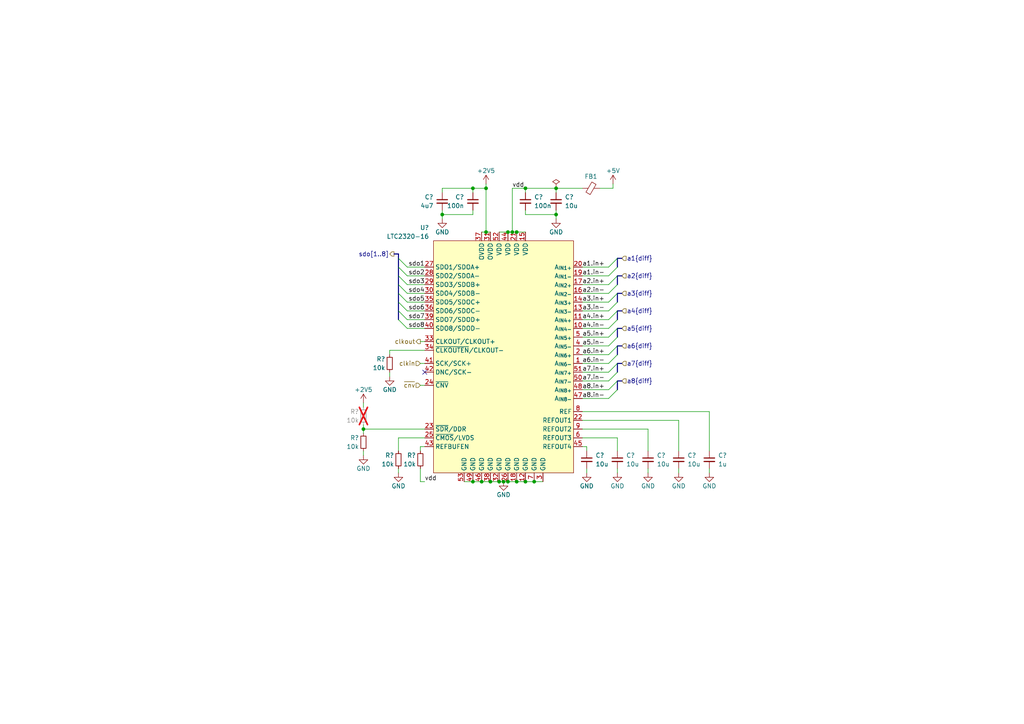
<source format=kicad_sch>
(kicad_sch (version 20230121) (generator eeschema)
  (paper "A4")
  (lib_symbols
    (symbol "Device:C_Small" (pin_numbers hide) (pin_names (offset 0.254) hide)
      (property "Reference" "C" (at 0.254 1.778 0))
      (property "Value" "C_Small" (at 0.254 -2.032 0))
      (symbol "C_Small_0_1"
        (polyline (pts (xy -1.524 -0.508) (xy 1.524 -0.508)) (stroke (width 0.3302)))
        (polyline (pts (xy -1.524 0.508) (xy 1.524 0.508)) (stroke (width 0.3048)))
      )
      (symbol "C_Small_1_1"
        (pin passive line (at 0 2.54 270) (length 2.032) (name "~") (number "1"))
        (pin passive line (at 0 -2.54 90) (length 2.032) (name "~") (number "2"))
      )
    )
    (symbol "Device:FerriteBead_Small" (pin_numbers hide) (pin_names (offset 0))
      (property "Reference" "FB" (at 1.905 1.27 0))
      (property "Value" "FerriteBead_Small" (at 1.905 -1.27 0))
      (symbol "FerriteBead_Small_0_1"
        (polyline (pts (xy 0 -1.27) (xy 0 -0.7874)))
        (polyline (pts (xy 0 0.889) (xy 0 1.2954)))
        (polyline (pts (xy -1.8288 0.2794) (xy -1.1176 1.4986) (xy 1.8288 -0.2032) (xy 1.1176 -1.4224) (xy -1.8288 0.2794)))
      )
      (symbol "FerriteBead_Small_1_1"
        (pin passive line (at 0 2.54 270) (length 1.27) (name "~") (number "1"))
        (pin passive line (at 0 -2.54 90) (length 1.27) (name "~") (number "2"))
      )
    )
    (symbol "Device:R_Small" (pin_numbers hide) (pin_names (offset 0.254) hide)
      (property "Reference" "R" (at 0.762 0.508 0))
      (property "Value" "R_Small" (at 0.762 -1.016 0))
      (symbol "R_Small_0_1"
        (rectangle (start -0.762 1.778) (end 0.762 -1.778) (stroke (width 0.2032)))
      )
      (symbol "R_Small_1_1"
        (pin passive line (at 0 2.54 270) (length 0.762) (name "~") (number "1"))
        (pin passive line (at 0 -2.54 90) (length 0.762) (name "~") (number "2"))
      )
    )
    (symbol "extraparts:LTC2320-16"
      (property "Reference" "U" (at 0 40.64 0))
      (property "Value" "LTC2320-16" (at 0 38.1 0))
      (symbol "LTC2320-16_1_0"
        (pin input line (at -22.86 8.89 0) (length 2.54) (name "A_{IN4-}") (number "10"))
        (pin input line (at -22.86 11.43 0) (length 2.54) (name "A_{IN4+}") (number "11"))
        (pin power_in line (at -6.35 -35.56 90) (length 2.54) (name "GND") (number "12"))
        (pin input line (at -22.86 13.97 0) (length 2.54) (name "A_{IN3-}") (number "13"))
        (pin input line (at -22.86 16.51 0) (length 2.54) (name "A_{IN3+}") (number "14"))
        (pin power_in line (at -6.35 36.83 270) (length 2.54) (name "VDD") (number "15"))
        (pin input line (at -22.86 19.05 0) (length 2.54) (name "A_{IN2-}") (number "16"))
        (pin input line (at -22.86 21.59 0) (length 2.54) (name "A_{IN2+}") (number "17"))
        (pin power_in line (at -3.81 -35.56 90) (length 2.54) (name "GND") (number "18"))
        (pin input line (at -22.86 24.13 0) (length 2.54) (name "A_{IN1-}") (number "19"))
        (pin input line (at -22.86 26.67 0) (length 2.54) (name "A_{IN1+}") (number "20"))
        (pin power_in line (at -3.81 36.83 270) (length 2.54) (name "VDD") (number "21"))
        (pin passive line (at -22.86 -17.78 0) (length 2.54) (name "REFOUT1") (number "22"))
        (pin input line (at 22.86 -20.32 180) (length 2.54) (name "~{SDR}/DDR") (number "23"))
        (pin input line (at 22.86 -7.62 180) (length 2.54) (name "~{CNV}") (number "24"))
        (pin input line (at 22.86 -22.86 180) (length 2.54) (name "~{CMOS}/LVDS") (number "25"))
        (pin power_in line (at -1.27 -35.56 90) (length 2.54) (name "GND") (number "26"))
        (pin output line (at 22.86 26.67 180) (length 2.54) (name "SDO1/SDOA+") (number "27"))
        (pin output line (at 22.86 24.13 180) (length 2.54) (name "SDO2/SDOA-") (number "28"))
        (pin output line (at 22.86 21.59 180) (length 2.54) (name "SDO3/SDOB+") (number "29"))
        (pin power_in line (at -11.43 -35.56 90) (length 2.54) (name "GND") (number "3"))
        (pin output line (at 22.86 19.05 180) (length 2.54) (name "SDO4/SDOB-") (number "30"))
        (pin power_in line (at 3.81 36.83 270) (length 2.54) (name "OVDD") (number "31"))
        (pin power_in line (at 1.27 -35.56 90) (length 2.54) (name "GND") (number "32"))
        (pin output line (at 22.86 5.08 180) (length 2.54) (name "CLKOUT/CLKOUT+") (number "33"))
        (pin bidirectional line (at 22.86 2.54 180) (length 2.54) (name "~{CLKOUTEN}/CLKOUT-") (number "34"))
        (pin output line (at 22.86 16.51 180) (length 2.54) (name "SDO5/SDOC+") (number "35"))
        (pin output line (at 22.86 13.97 180) (length 2.54) (name "SDO6/SDOC-") (number "36"))
        (pin power_in line (at 6.35 36.83 270) (length 2.54) (name "OVDD") (number "37"))
        (pin power_in line (at 3.81 -35.56 90) (length 2.54) (name "GND") (number "38"))
        (pin output line (at 22.86 11.43 180) (length 2.54) (name "SDO7/SDOD+") (number "39"))
        (pin output line (at 22.86 8.89 180) (length 2.54) (name "SDO8/SDOD-") (number "40"))
        (pin input line (at 22.86 -1.27 180) (length 2.54) (name "SCK/SCK+") (number "41"))
        (pin input line (at 22.86 -3.81 180) (length 2.54) (name "DNC/SCK-") (number "42"))
        (pin input line (at 22.86 -25.4 180) (length 2.54) (name "REFBUFEN") (number "43"))
        (pin power_in line (at -1.27 36.83 270) (length 2.54) (name "VDD") (number "44"))
        (pin passive line (at -22.86 -25.4 0) (length 2.54) (name "REFOUT4") (number "45"))
        (pin power_in line (at 6.35 -35.56 90) (length 2.54) (name "GND") (number "46"))
        (pin input line (at -22.86 -11.43 0) (length 2.54) (name "A_{IN8-}") (number "47"))
        (pin input line (at -22.86 -8.89 0) (length 2.54) (name "A_{IN8+}") (number "48"))
        (pin power_in line (at 8.89 -35.56 90) (length 2.54) (name "GND") (number "49"))
        (pin input line (at -22.86 -6.35 0) (length 2.54) (name "A_{IN7-}") (number "50"))
        (pin input line (at -22.86 -3.81 0) (length 2.54) (name "A_{IN7+}") (number "51"))
        (pin power_in line (at 1.27 36.83 270) (length 2.54) (name "VDD") (number "52"))
        (pin power_in line (at 11.43 -35.56 90) (length 2.54) (name "GND") (number "53"))
        (pin power_in line (at -8.89 -35.56 90) (length 2.54) (name "GND") (number "7"))
        (pin passive line (at -22.86 -15.24 0) (length 2.54) (name "REF") (number "8"))
        (pin passive line (at -22.86 -20.32 0) (length 2.54) (name "REFOUT2") (number "9"))
      )
      (symbol "LTC2320-16_1_1"
        (rectangle (start -20.32 34.29) (end 20.32 -33.02) (fill (type background)))
        (pin input line (at -22.86 -1.27 0) (length 2.54) (name "A_{IN6-}") (number "1"))
        (pin input line (at -22.86 1.27 0) (length 2.54) (name "A_{IN6+}") (number "2"))
        (pin input line (at -22.86 3.81 0) (length 2.54) (name "A_{IN5-}") (number "4"))
        (pin input line (at -22.86 6.35 0) (length 2.54) (name "A_{IN5+}") (number "5"))
        (pin passive line (at -22.86 -22.86 0) (length 2.54) (name "REFOUT3") (number "6"))
      )
    )
    (symbol "power:+2V5" (power) (pin_names (offset 0))
      (property "Value" "+2V5" (at 0 3.556 0))
      (symbol "+2V5_0_1"
        (polyline (pts (xy -0.762 1.27) (xy 0 2.54)))
        (polyline (pts (xy 0 0) (xy 0 2.54)))
        (polyline (pts (xy 0 2.54) (xy 0.762 1.27)))
      )
      (symbol "+2V5_1_1"
        (pin power_in line (at 0 0 90) (length 0) hide (name "+2V5") (number "1"))
      )
    )
    (symbol "power:+5V" (power) (pin_names (offset 0))
      (property "Value" "+5V" (at 0 3.556 0))
      (symbol "+5V_0_1"
        (polyline (pts (xy -0.762 1.27) (xy 0 2.54)))
        (polyline (pts (xy 0 0) (xy 0 2.54)))
        (polyline (pts (xy 0 2.54) (xy 0.762 1.27)))
      )
      (symbol "+5V_1_1"
        (pin power_in line (at 0 0 90) (length 0) hide (name "+5V") (number "1"))
      )
    )
    (symbol "power:GND" (power) (pin_names (offset 0))
      (property "Value" "GND" (at 0 -3.81 0))
      (symbol "GND_0_1"
        (polyline (pts (xy 0 0) (xy 0 -1.27) (xy 1.27 -1.27) (xy 0 -2.54) (xy -1.27 -1.27) (xy 0 -1.27)))
      )
      (symbol "GND_1_1"
        (pin power_in line (at 0 0 270) (length 0) hide (name "GND") (number "1"))
      )
    )
    (symbol "power:PWR_FLAG" (power) (pin_numbers hide) (pin_names (offset 0) hide)
      (property "Value" "PWR_FLAG" (at 0 3.81 0))
      (symbol "PWR_FLAG_0_0"
        (pin power_out line (at 0 0 90) (length 0) (name "pwr") (number "1"))
      )
      (symbol "PWR_FLAG_0_1"
        (polyline (pts (xy 0 0) (xy 0 1.27) (xy -1.016 1.905) (xy 0 2.54) (xy 1.016 1.905) (xy 0 1.27)))
      )
    )
  )
  (bus_alias "diff" (members "in+" "in-"))
  (junction (at 137.16 139.7))
  (junction (at 152.4 54.61))
  (junction (at 139.7 139.7))
  (junction (at 146.05 139.7))
  (junction (at 152.4 139.7))
  (junction (at 154.94 139.7))
  (junction (at 140.97 67.31))
  (junction (at 161.29 54.61))
  (junction (at 137.16 54.61))
  (junction (at 142.24 139.7))
  (junction (at 128.27 62.23))
  (junction (at 144.78 139.7))
  (junction (at 105.41 124.46))
  (junction (at 140.97 54.61))
  (junction (at 148.59 67.31))
  (junction (at 161.29 62.23))
  (junction (at 147.32 67.31))
  (junction (at 149.86 139.7))
  (junction (at 147.32 139.7))
  (junction (at 149.86 67.31))
  (no_connect (at 123.19 107.95))
  (bus_entry (at 176.53 82.55) (size 2.54 -2.54))
  (bus_entry (at 176.53 100.33) (size 2.54 -2.54))
  (bus_entry (at 115.57 85.09) (size 2.54 2.54))
  (bus_entry (at 115.57 74.93) (size 2.54 2.54))
  (bus_entry (at 176.53 77.47) (size 2.54 -2.54))
  (bus_entry (at 176.53 107.95) (size 2.54 -2.54))
  (bus_entry (at 115.57 87.63) (size 2.54 2.54))
  (bus_entry (at 176.53 102.87) (size 2.54 -2.54))
  (bus_entry (at 176.53 113.03) (size 2.54 -2.54))
  (bus_entry (at 115.57 92.71) (size 2.54 2.54))
  (bus_entry (at 115.57 77.47) (size 2.54 2.54))
  (bus_entry (at 176.53 110.49) (size 2.54 -2.54))
  (bus_entry (at 176.53 87.63) (size 2.54 -2.54))
  (bus_entry (at 176.53 80.01) (size 2.54 -2.54))
  (bus_entry (at 115.57 80.01) (size 2.54 2.54))
  (bus_entry (at 176.53 95.25) (size 2.54 -2.54))
  (bus_entry (at 115.57 82.55) (size 2.54 2.54))
  (bus_entry (at 115.57 90.17) (size 2.54 2.54))
  (bus_entry (at 176.53 90.17) (size 2.54 -2.54))
  (bus_entry (at 176.53 85.09) (size 2.54 -2.54))
  (bus_entry (at 176.53 105.41) (size 2.54 -2.54))
  (bus_entry (at 176.53 115.57) (size 2.54 -2.54))
  (bus_entry (at 176.53 97.79) (size 2.54 -2.54))
  (bus_entry (at 176.53 92.71) (size 2.54 -2.54))
  (wire (pts (xy 177.8 54.61) (xy 177.8 53.34)))
  (wire (pts (xy 115.57 127) (xy 115.57 130.81)))
  (wire (pts (xy 179.07 127) (xy 179.07 130.81)))
  (bus (pts (xy 179.07 77.47) (xy 179.07 74.93)))
  (wire (pts (xy 144.78 139.7) (xy 146.05 139.7)))
  (bus (pts (xy 179.07 82.55) (xy 179.07 80.01)))
  (wire (pts (xy 128.27 62.23) (xy 137.16 62.23)))
  (wire (pts (xy 168.91 105.41) (xy 176.53 105.41)))
  (wire (pts (xy 196.85 121.92) (xy 196.85 130.81)))
  (bus (pts (xy 115.57 87.63) (xy 115.57 90.17)))
  (wire (pts (xy 148.59 67.31) (xy 149.86 67.31)))
  (wire (pts (xy 118.11 92.71) (xy 123.19 92.71)))
  (wire (pts (xy 168.91 77.47) (xy 176.53 77.47)))
  (wire (pts (xy 205.74 130.81) (xy 205.74 119.38)))
  (bus (pts (xy 115.57 73.66) (xy 115.57 74.93)))
  (wire (pts (xy 105.41 130.81) (xy 105.41 132.08)))
  (wire (pts (xy 121.92 135.89) (xy 121.92 139.7)))
  (wire (pts (xy 121.92 99.06) (xy 123.19 99.06)))
  (bus (pts (xy 115.57 77.47) (xy 115.57 80.01)))
  (bus (pts (xy 179.07 100.33) (xy 180.34 100.33)))
  (wire (pts (xy 187.96 124.46) (xy 187.96 130.81)))
  (wire (pts (xy 146.05 139.7) (xy 147.32 139.7)))
  (wire (pts (xy 118.11 77.47) (xy 123.19 77.47)))
  (wire (pts (xy 137.16 139.7) (xy 139.7 139.7)))
  (bus (pts (xy 114.3 73.66) (xy 115.57 73.66)))
  (wire (pts (xy 137.16 54.61) (xy 137.16 55.88)))
  (wire (pts (xy 205.74 119.38) (xy 168.91 119.38)))
  (wire (pts (xy 161.29 62.23) (xy 161.29 63.5)))
  (bus (pts (xy 115.57 82.55) (xy 115.57 85.09)))
  (wire (pts (xy 168.91 115.57) (xy 176.53 115.57)))
  (wire (pts (xy 152.4 62.23) (xy 152.4 60.96)))
  (bus (pts (xy 179.07 87.63) (xy 179.07 85.09)))
  (wire (pts (xy 118.11 87.63) (xy 123.19 87.63)))
  (wire (pts (xy 154.94 139.7) (xy 157.48 139.7)))
  (wire (pts (xy 148.59 54.61) (xy 148.59 67.31)))
  (bus (pts (xy 115.57 90.17) (xy 115.57 92.71)))
  (wire (pts (xy 105.41 123.19) (xy 105.41 124.46)))
  (wire (pts (xy 113.03 102.87) (xy 113.03 101.6)))
  (wire (pts (xy 140.97 54.61) (xy 137.16 54.61)))
  (wire (pts (xy 121.92 129.54) (xy 123.19 129.54)))
  (wire (pts (xy 128.27 60.96) (xy 128.27 62.23)))
  (wire (pts (xy 137.16 54.61) (xy 128.27 54.61)))
  (bus (pts (xy 179.07 74.93) (xy 180.34 74.93)))
  (wire (pts (xy 118.11 95.25) (xy 123.19 95.25)))
  (bus (pts (xy 179.07 80.01) (xy 180.34 80.01)))
  (wire (pts (xy 140.97 67.31) (xy 142.24 67.31)))
  (wire (pts (xy 139.7 67.31) (xy 140.97 67.31)))
  (wire (pts (xy 168.91 107.95) (xy 176.53 107.95)))
  (wire (pts (xy 152.4 54.61) (xy 152.4 55.88)))
  (wire (pts (xy 161.29 54.61) (xy 168.91 54.61)))
  (wire (pts (xy 113.03 101.6) (xy 123.19 101.6)))
  (wire (pts (xy 168.91 87.63) (xy 176.53 87.63)))
  (wire (pts (xy 115.57 135.89) (xy 115.57 137.16)))
  (wire (pts (xy 168.91 113.03) (xy 176.53 113.03)))
  (wire (pts (xy 168.91 92.71) (xy 176.53 92.71)))
  (wire (pts (xy 147.32 139.7) (xy 149.86 139.7)))
  (wire (pts (xy 168.91 80.01) (xy 176.53 80.01)))
  (wire (pts (xy 168.91 85.09) (xy 176.53 85.09)))
  (wire (pts (xy 161.29 60.96) (xy 161.29 62.23)))
  (wire (pts (xy 170.18 135.89) (xy 170.18 137.16)))
  (wire (pts (xy 121.92 111.76) (xy 123.19 111.76)))
  (wire (pts (xy 152.4 54.61) (xy 161.29 54.61)))
  (wire (pts (xy 168.91 102.87) (xy 176.53 102.87)))
  (bus (pts (xy 179.07 110.49) (xy 180.34 110.49)))
  (wire (pts (xy 128.27 54.61) (xy 128.27 55.88)))
  (bus (pts (xy 179.07 113.03) (xy 179.07 110.49)))
  (wire (pts (xy 139.7 139.7) (xy 142.24 139.7)))
  (wire (pts (xy 168.91 95.25) (xy 176.53 95.25)))
  (bus (pts (xy 179.07 90.17) (xy 180.34 90.17)))
  (wire (pts (xy 142.24 139.7) (xy 144.78 139.7)))
  (wire (pts (xy 105.41 124.46) (xy 105.41 125.73)))
  (wire (pts (xy 147.32 67.31) (xy 148.59 67.31)))
  (wire (pts (xy 118.11 80.01) (xy 123.19 80.01)))
  (wire (pts (xy 149.86 67.31) (xy 152.4 67.31)))
  (bus (pts (xy 179.07 95.25) (xy 180.34 95.25)))
  (wire (pts (xy 148.59 54.61) (xy 152.4 54.61)))
  (wire (pts (xy 187.96 135.89) (xy 187.96 137.16)))
  (wire (pts (xy 123.19 127) (xy 115.57 127)))
  (wire (pts (xy 113.03 107.95) (xy 113.03 109.22)))
  (bus (pts (xy 179.07 102.87) (xy 179.07 100.33)))
  (wire (pts (xy 168.91 97.79) (xy 176.53 97.79)))
  (wire (pts (xy 168.91 100.33) (xy 176.53 100.33)))
  (wire (pts (xy 161.29 62.23) (xy 152.4 62.23)))
  (wire (pts (xy 179.07 135.89) (xy 179.07 137.16)))
  (wire (pts (xy 137.16 62.23) (xy 137.16 60.96)))
  (wire (pts (xy 168.91 82.55) (xy 176.53 82.55)))
  (wire (pts (xy 173.99 54.61) (xy 177.8 54.61)))
  (bus (pts (xy 115.57 85.09) (xy 115.57 87.63)))
  (wire (pts (xy 140.97 67.31) (xy 140.97 54.61)))
  (wire (pts (xy 121.92 105.41) (xy 123.19 105.41)))
  (wire (pts (xy 140.97 53.34) (xy 140.97 54.61)))
  (wire (pts (xy 168.91 90.17) (xy 176.53 90.17)))
  (wire (pts (xy 170.18 129.54) (xy 170.18 130.81)))
  (wire (pts (xy 168.91 129.54) (xy 170.18 129.54)))
  (wire (pts (xy 168.91 121.92) (xy 196.85 121.92)))
  (bus (pts (xy 179.07 92.71) (xy 179.07 90.17)))
  (bus (pts (xy 179.07 105.41) (xy 180.34 105.41)))
  (wire (pts (xy 118.11 85.09) (xy 123.19 85.09)))
  (wire (pts (xy 152.4 139.7) (xy 154.94 139.7)))
  (wire (pts (xy 105.41 116.84) (xy 105.41 118.11)))
  (bus (pts (xy 115.57 74.93) (xy 115.57 77.47)))
  (bus (pts (xy 179.07 107.95) (xy 179.07 105.41)))
  (bus (pts (xy 115.57 80.01) (xy 115.57 82.55)))
  (wire (pts (xy 121.92 130.81) (xy 121.92 129.54)))
  (wire (pts (xy 196.85 135.89) (xy 196.85 137.16)))
  (wire (pts (xy 161.29 55.88) (xy 161.29 54.61)))
  (wire (pts (xy 118.11 90.17) (xy 123.19 90.17)))
  (bus (pts (xy 179.07 97.79) (xy 179.07 95.25)))
  (wire (pts (xy 118.11 82.55) (xy 123.19 82.55)))
  (wire (pts (xy 134.62 139.7) (xy 137.16 139.7)))
  (wire (pts (xy 168.91 124.46) (xy 187.96 124.46)))
  (wire (pts (xy 168.91 110.49) (xy 176.53 110.49)))
  (wire (pts (xy 144.78 67.31) (xy 147.32 67.31)))
  (wire (pts (xy 149.86 139.7) (xy 152.4 139.7)))
  (wire (pts (xy 168.91 127) (xy 179.07 127)))
  (wire (pts (xy 105.41 124.46) (xy 123.19 124.46)))
  (wire (pts (xy 128.27 62.23) (xy 128.27 63.5)))
  (wire (pts (xy 205.74 135.89) (xy 205.74 137.16)))
  (bus (pts (xy 179.07 85.09) (xy 180.34 85.09)))
  (wire (pts (xy 121.92 139.7) (xy 123.19 139.7)))
  (label "sdo6" (at 123.19 90.17 180))
  (label "sdo5" (at 123.19 87.63 180))
  (label "a5.in+" (at 168.91 97.79 0))
  (label "sdo7" (at 123.19 92.71 180))
  (label "a6.in+" (at 168.91 102.87 0))
  (label "a1.in-" (at 168.91 80.01 0))
  (label "a3.in+" (at 168.91 87.63 0))
  (label "a8.in-" (at 168.91 115.57 0))
  (label "a4.in-" (at 168.91 95.25 0))
  (label "vdd" (at 148.59 54.61 0))
  (label "a2.in+" (at 168.91 82.55 0))
  (label "a3.in-" (at 168.91 90.17 0))
  (label "a7.in-" (at 168.91 110.49 0))
  (label "a2.in-" (at 168.91 85.09 0))
  (label "a4.in+" (at 168.91 92.71 0))
  (label "sdo2" (at 123.19 80.01 180))
  (label "a8.in+" (at 168.91 113.03 0))
  (label "a6.in-" (at 168.91 105.41 0))
  (label "a7.in+" (at 168.91 107.95 0))
  (label "sdo4" (at 123.19 85.09 180))
  (label "vdd" (at 123.19 139.7 0))
  (label "sdo1" (at 123.19 77.47 180))
  (label "a5.in-" (at 168.91 100.33 0))
  (label "a1.in+" (at 168.91 77.47 0))
  (label "sdo3" (at 123.19 82.55 180))
  (label "sdo8" (at 123.19 95.25 180))
  (hierarchical_label "a5{diff}" (shape input) (at 180.34 95.25 0))
  (hierarchical_label "~{cnv}" (shape input) (at 121.92 111.76 180))
  (hierarchical_label "a7{diff}" (shape input) (at 180.34 105.41 0))
  (hierarchical_label "a4{diff}" (shape input) (at 180.34 90.17 0))
  (hierarchical_label "sdo[1..8]" (shape output) (at 114.3 73.66 180))
  (hierarchical_label "clkin" (shape input) (at 121.92 105.41 180))
  (hierarchical_label "a2{diff}" (shape input) (at 180.34 80.01 0))
  (hierarchical_label "a1{diff}" (shape input) (at 180.34 74.93 0))
  (hierarchical_label "a8{diff}" (shape input) (at 180.34 110.49 0))
  (hierarchical_label "a6{diff}" (shape input) (at 180.34 100.33 0))
  (hierarchical_label "clkout" (shape output) (at 121.92 99.06 180))
  (hierarchical_label "a3{diff}" (shape input) (at 180.34 85.09 0))
  (symbol (lib_id "power:PWR_FLAG") (at 161.29 54.61 0) (unit 1)
    (property "Reference" "#FLG01" (effects hide))
    (property "Value" "PWR_FLAG" (effects hide))
    (instances (project "rvice_adc" (path "" (reference "#FLG01") (unit 1)) (path "" (reference "#FLG05") (unit 1))))
  )
  (symbol (lib_id "power:GND") (at 105.41 132.08 0) (unit 1)
    (property "Reference" "#PWR?" (effects hide))
    (property "Value" "GND" (at 105.41 135.89 0))
    (instances (project "rvice_adc" (path "" (reference "#PWR?") (unit 1)) (path "" (reference "#PWR073") (unit 1))))
  )
  (symbol (lib_id "power:+2V5") (at 105.41 116.84 0) (unit 1)
    (property "Reference" "#PWR072" (effects hide))
    (property "Value" "+2V5" (at 105.41 113.03 0))
  )
  (symbol (lib_id "power:GND") (at 179.07 137.16 0) (unit 1)
    (property "Reference" "#PWR?" (effects hide))
    (property "Value" "GND" (at 179.07 140.97 0))
    (instances (project "rvice_adc" (path "" (reference "#PWR?") (unit 1)) (path "" (reference "#PWR082") (unit 1))))
  )
  (symbol (lib_id "power:GND") (at 196.85 137.16 0) (unit 1)
    (property "Reference" "#PWR?" (effects hide))
    (property "Value" "GND" (at 196.85 140.97 0))
    (instances (project "rvice_adc" (path "" (reference "#PWR?") (unit 1)) (path "" (reference "#PWR084") (unit 1))))
  )
  (symbol (lib_id "Device:FerriteBead_Small") (at 171.45 54.61 90) (unit 1)
    (property "Reference" "FB1" (at 171.4119 51.1881 90))
    (property "Value" "FerriteBead_Small" (effects hide))
    (property "Footprint" "Inductor_SMD:L_0402_1005Metric" (effects hide))
  )
  (symbol (lib_id "Device:C_Small") (at 196.85 133.35 0) (unit 1)
    (property "Reference" "C?" (at 199.39 132.08 0) (effects (justify left)))
    (property "Value" "10u" (at 199.39 134.62 0) (effects (justify left)))
    (property "Footprint" "Capacitor_SMD:C_0603_1608Metric" (effects hide))
    (instances (project "rvice_adc" (path "" (reference "C?") (unit 1)) (path "" (reference "C1") (unit 1)) (path "" (reference "C46") (unit 1))))
  )
  (symbol (lib_id "Device:C_Small") (at 179.07 133.35 0) (unit 1)
    (property "Reference" "C?" (at 181.61 132.08 0) (effects (justify left)))
    (property "Value" "10u" (at 181.61 134.62 0) (effects (justify left)))
    (property "Footprint" "Capacitor_SMD:C_0603_1608Metric" (effects hide))
    (instances (project "rvice_adc" (path "" (reference "C?") (unit 1)) (path "" (reference "C1") (unit 1)) (path "" (reference "C44") (unit 1))))
  )
  (symbol (lib_id "Device:C_Small") (at 187.96 133.35 0) (unit 1)
    (property "Reference" "C?" (at 190.5 132.08 0) (effects (justify left)))
    (property "Value" "10u" (at 190.5 134.62 0) (effects (justify left)))
    (property "Footprint" "Capacitor_SMD:C_0603_1608Metric" (effects hide))
    (instances (project "rvice_adc" (path "" (reference "C?") (unit 1)) (path "" (reference "C1") (unit 1)) (path "" (reference "C45") (unit 1))))
  )
  (symbol (lib_id "Device:R_Small") (at 105.41 128.27 0) (mirror y) (unit 1)
    (property "Reference" "R?" (at 104.14 127 0) (effects (justify left)))
    (property "Value" "10k" (at 104.14 129.54 0) (effects (justify left)))
    (property "Footprint" "Resistor_SMD:R_0402_1005Metric" (effects hide))
    (instances (project "rvice_adc" (path "" (reference "R?") (unit 1)) (path "" (reference "R4") (unit 1)) (path "" (reference "R41") (unit 1))))
  )
  (symbol (lib_id "power:GND") (at 115.57 137.16 0) (unit 1)
    (property "Reference" "#PWR?" (effects hide))
    (property "Value" "GND" (at 115.57 140.97 0))
    (instances (project "rvice_adc" (path "" (reference "#PWR?") (unit 1)) (path "" (reference "#PWR075") (unit 1))))
  )
  (symbol (lib_id "Device:C_Small") (at 128.27 58.42 0) (mirror y) (unit 1)
    (property "Reference" "C?" (at 125.73 57.15 0) (effects (justify left)))
    (property "Value" "4u7" (at 125.73 59.69 0) (effects (justify left)))
    (property "Footprint" "Capacitor_SMD:C_0402_1005Metric" (effects hide))
    (instances (project "rvice_adc" (path "" (reference "C?") (unit 1)) (path "" (reference "C1") (unit 1)) (path "" (reference "C39") (unit 1))))
  )
  (symbol (lib_id "power:GND") (at 146.05 139.7 0) (unit 1)
    (property "Reference" "#PWR?" (effects hide))
    (property "Value" "GND" (at 146.05 143.51 0))
    (instances (project "rvice_adc" (path "" (reference "#PWR?") (unit 1)) (path "" (reference "#PWR078") (unit 1))))
  )
  (symbol (lib_id "Device:R_Small") (at 105.41 120.65 0) (mirror y) (unit 1) (dnp yes)
    (property "Reference" "R?" (at 104.14 119.38 0) (effects (justify left)))
    (property "Value" "10k" (at 104.14 121.92 0) (effects (justify left)))
    (property "Footprint" "Resistor_SMD:R_0402_1005Metric" (effects hide))
    (instances (project "rvice_adc" (path "" (reference "R?") (unit 1)) (path "" (reference "R4") (unit 1)) (path "" (reference "R40") (unit 1))))
  )
  (symbol (lib_id "Device:R_Small") (at 113.03 105.41 0) (mirror y) (unit 1)
    (property "Reference" "R?" (at 111.76 104.14 0) (effects (justify left)))
    (property "Value" "10k" (at 111.76 106.68 0) (effects (justify left)))
    (property "Footprint" "Resistor_SMD:R_0402_1005Metric" (effects hide))
    (instances (project "rvice_adc" (path "" (reference "R?") (unit 1)) (path "" (reference "R4") (unit 1)) (path "" (reference "R42") (unit 1))))
  )
  (symbol (lib_id "power:+5V") (at 177.8 53.34 0) (unit 1)
    (property "Reference" "#PWR?" (effects hide))
    (property "Value" "+5V" (at 177.8 49.53 0))
    (instances (project "rvice_adc" (path "" (reference "#PWR?") (unit 1)) (path "" (reference "#PWR081") (unit 1))))
  )
  (symbol (lib_id "Device:C_Small") (at 161.29 58.42 0) (unit 1)
    (property "Reference" "C?" (at 163.83 57.15 0) (effects (justify left)))
    (property "Value" "10u" (at 163.83 59.69 0) (effects (justify left)))
    (property "Footprint" "Capacitor_SMD:C_0603_1608Metric" (effects hide))
    (instances (project "rvice_adc" (path "" (reference "C?") (unit 1)) (path "" (reference "C1") (unit 1)) (path "" (reference "C42") (unit 1))))
  )
  (symbol (lib_id "power:+2V5") (at 140.97 53.34 0) (unit 1)
    (property "Reference" "#PWR?" (effects hide))
    (property "Value" "+2V5" (at 140.97 49.53 0))
    (instances (project "rvice_adc" (path "" (reference "#PWR?") (unit 1)) (path "" (reference "#PWR020") (unit 1)) (path "" (reference "#PWR077") (unit 1))))
  )
  (symbol (lib_id "power:GND") (at 205.74 137.16 0) (unit 1)
    (property "Reference" "#PWR?" (effects hide))
    (property "Value" "GND" (at 205.74 140.97 0))
    (instances (project "rvice_adc" (path "" (reference "#PWR?") (unit 1)) (path "" (reference "#PWR085") (unit 1))))
  )
  (symbol (lib_id "extraparts:LTC2320-16") (at 146.05 104.14 0) (mirror y) (unit 1)
    (property "Reference" "U?" (at 124.46 66.04 0) (effects (justify left)))
    (property "Value" "LTC2320-16" (at 124.46 68.58 0) (effects (justify left)))
    (property "Footprint" "Package_DFN_QFN:QFN-52-1EP_7x8mm_P0.5mm_EP5.41x6.45mm" (effects hide))
    (instances (project "rvice_adc" (path "" (reference "U?") (unit 1)) (path "" (reference "U7") (unit 1))))
  )
  (symbol (lib_id "power:GND") (at 187.96 137.16 0) (unit 1)
    (property "Reference" "#PWR?" (effects hide))
    (property "Value" "GND" (at 187.96 140.97 0))
    (instances (project "rvice_adc" (path "" (reference "#PWR?") (unit 1)) (path "" (reference "#PWR083") (unit 1))))
  )
  (symbol (lib_id "Device:R_Small") (at 121.92 133.35 0) (mirror y) (unit 1)
    (property "Reference" "R?" (at 120.65 132.08 0) (effects (justify left)))
    (property "Value" "10k" (at 120.65 134.62 0) (effects (justify left)))
    (property "Footprint" "Resistor_SMD:R_0402_1005Metric" (effects hide))
    (instances (project "rvice_adc" (path "" (reference "R?") (unit 1)) (path "" (reference "R4") (unit 1)) (path "" (reference "R44") (unit 1))))
  )
  (symbol (lib_id "power:GND") (at 161.29 63.5 0) (unit 1)
    (property "Reference" "#PWR?" (effects hide))
    (property "Value" "GND" (at 161.29 67.31 0))
    (instances (project "rvice_adc" (path "" (reference "#PWR?") (unit 1)) (path "" (reference "#PWR079") (unit 1))))
  )
  (symbol (lib_id "Device:C_Small") (at 137.16 58.42 0) (mirror y) (unit 1)
    (property "Reference" "C?" (at 134.62 57.15 0) (effects (justify left)))
    (property "Value" "100n" (at 134.62 59.69 0) (effects (justify left)))
    (property "Footprint" "Capacitor_SMD:C_0402_1005Metric" (effects hide))
    (instances (project "rvice_adc" (path "" (reference "C?") (unit 1)) (path "" (reference "C1") (unit 1)) (path "" (reference "C40") (unit 1))))
  )
  (symbol (lib_id "Device:C_Small") (at 205.74 133.35 0) (unit 1)
    (property "Reference" "C?" (at 208.28 132.08 0) (effects (justify left)))
    (property "Value" "1u" (at 208.28 134.62 0) (effects (justify left)))
    (property "Footprint" "Capacitor_SMD:C_0603_1608Metric" (effects hide))
    (instances (project "rvice_adc" (path "" (reference "C?") (unit 1)) (path "" (reference "C1") (unit 1)) (path "" (reference "C47") (unit 1))))
  )
  (symbol (lib_id "power:GND") (at 170.18 137.16 0) (unit 1)
    (property "Reference" "#PWR?" (effects hide))
    (property "Value" "GND" (at 170.18 140.97 0))
    (instances (project "rvice_adc" (path "" (reference "#PWR?") (unit 1)) (path "" (reference "#PWR080") (unit 1))))
  )
  (symbol (lib_id "power:GND") (at 113.03 109.22 0) (unit 1)
    (property "Reference" "#PWR?" (effects hide))
    (property "Value" "GND" (at 113.03 113.03 0))
    (instances (project "rvice_adc" (path "" (reference "#PWR?") (unit 1)) (path "" (reference "#PWR074") (unit 1))))
  )
  (symbol (lib_id "Device:R_Small") (at 115.57 133.35 0) (mirror y) (unit 1)
    (property "Reference" "R?" (at 114.3 132.08 0) (effects (justify left)))
    (property "Value" "10k" (at 114.3 134.62 0) (effects (justify left)))
    (property "Footprint" "Resistor_SMD:R_0402_1005Metric" (effects hide))
    (instances (project "rvice_adc" (path "" (reference "R?") (unit 1)) (path "" (reference "R4") (unit 1)) (path "" (reference "R43") (unit 1))))
  )
  (symbol (lib_id "Device:C_Small") (at 152.4 58.42 0) (unit 1)
    (property "Reference" "C?" (at 154.94 57.15 0) (effects (justify left)))
    (property "Value" "100n" (at 154.94 59.69 0) (effects (justify left)))
    (property "Footprint" "Capacitor_SMD:C_0402_1005Metric" (effects hide))
    (instances (project "rvice_adc" (path "" (reference "C?") (unit 1)) (path "" (reference "C1") (unit 1)) (path "" (reference "C41") (unit 1))))
  )
  (symbol (lib_id "Device:C_Small") (at 170.18 133.35 0) (unit 1)
    (property "Reference" "C?" (at 172.72 132.08 0) (effects (justify left)))
    (property "Value" "10u" (at 172.72 134.62 0) (effects (justify left)))
    (property "Footprint" "Capacitor_SMD:C_0603_1608Metric" (effects hide))
    (instances (project "rvice_adc" (path "" (reference "C?") (unit 1)) (path "" (reference "C1") (unit 1)) (path "" (reference "C43") (unit 1))))
  )
  (symbol (lib_id "power:GND") (at 128.27 63.5 0) (unit 1)
    (property "Reference" "#PWR?" (effects hide))
    (property "Value" "GND" (at 128.27 67.31 0))
    (instances (project "rvice_adc" (path "" (reference "#PWR?") (unit 1)) (path "" (reference "#PWR076") (unit 1))))
  )
)
</source>
